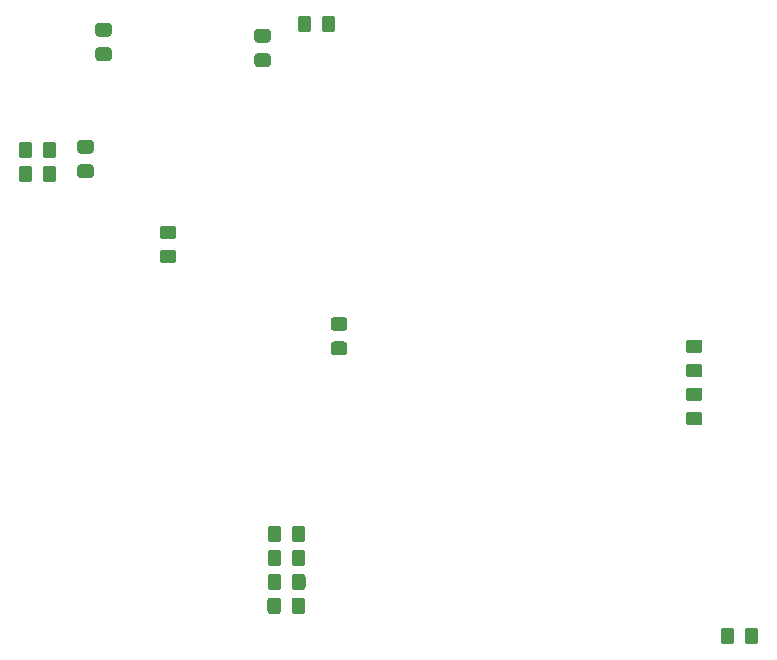
<source format=gbr>
%TF.GenerationSoftware,KiCad,Pcbnew,(5.1.6)-1*%
%TF.CreationDate,2020-11-14T18:00:02-05:00*%
%TF.ProjectId,F0DisplayBoard,46304469-7370-46c6-9179-426f6172642e,rev?*%
%TF.SameCoordinates,Original*%
%TF.FileFunction,Paste,Bot*%
%TF.FilePolarity,Positive*%
%FSLAX46Y46*%
G04 Gerber Fmt 4.6, Leading zero omitted, Abs format (unit mm)*
G04 Created by KiCad (PCBNEW (5.1.6)-1) date 2020-11-14 18:00:02*
%MOMM*%
%LPD*%
G01*
G04 APERTURE LIST*
G04 APERTURE END LIST*
%TO.C,R3*%
G36*
G01*
X164280000Y-120338001D02*
X164280000Y-119437999D01*
G75*
G02*
X164529999Y-119188000I249999J0D01*
G01*
X165180001Y-119188000D01*
G75*
G02*
X165430000Y-119437999I0J-249999D01*
G01*
X165430000Y-120338001D01*
G75*
G02*
X165180001Y-120588000I-249999J0D01*
G01*
X164529999Y-120588000D01*
G75*
G02*
X164280000Y-120338001I0J249999D01*
G01*
G37*
G36*
G01*
X162230000Y-120338001D02*
X162230000Y-119437999D01*
G75*
G02*
X162479999Y-119188000I249999J0D01*
G01*
X163130001Y-119188000D01*
G75*
G02*
X163380000Y-119437999I0J-249999D01*
G01*
X163380000Y-120338001D01*
G75*
G02*
X163130001Y-120588000I-249999J0D01*
G01*
X162479999Y-120588000D01*
G75*
G02*
X162230000Y-120338001I0J249999D01*
G01*
G37*
%TD*%
%TO.C,C15*%
G36*
G01*
X125017000Y-112833999D02*
X125017000Y-113734001D01*
G75*
G02*
X124767001Y-113984000I-249999J0D01*
G01*
X124116999Y-113984000D01*
G75*
G02*
X123867000Y-113734001I0J249999D01*
G01*
X123867000Y-112833999D01*
G75*
G02*
X124116999Y-112584000I249999J0D01*
G01*
X124767001Y-112584000D01*
G75*
G02*
X125017000Y-112833999I0J-249999D01*
G01*
G37*
G36*
G01*
X127067000Y-112833999D02*
X127067000Y-113734001D01*
G75*
G02*
X126817001Y-113984000I-249999J0D01*
G01*
X126166999Y-113984000D01*
G75*
G02*
X125917000Y-113734001I0J249999D01*
G01*
X125917000Y-112833999D01*
G75*
G02*
X126166999Y-112584000I249999J0D01*
G01*
X126817001Y-112584000D01*
G75*
G02*
X127067000Y-112833999I0J-249999D01*
G01*
G37*
%TD*%
%TO.C,C14*%
G36*
G01*
X125035000Y-114865999D02*
X125035000Y-115766001D01*
G75*
G02*
X124785001Y-116016000I-249999J0D01*
G01*
X124134999Y-116016000D01*
G75*
G02*
X123885000Y-115766001I0J249999D01*
G01*
X123885000Y-114865999D01*
G75*
G02*
X124134999Y-114616000I249999J0D01*
G01*
X124785001Y-114616000D01*
G75*
G02*
X125035000Y-114865999I0J-249999D01*
G01*
G37*
G36*
G01*
X127085000Y-114865999D02*
X127085000Y-115766001D01*
G75*
G02*
X126835001Y-116016000I-249999J0D01*
G01*
X126184999Y-116016000D01*
G75*
G02*
X125935000Y-115766001I0J249999D01*
G01*
X125935000Y-114865999D01*
G75*
G02*
X126184999Y-114616000I249999J0D01*
G01*
X126835001Y-114616000D01*
G75*
G02*
X127085000Y-114865999I0J-249999D01*
G01*
G37*
%TD*%
%TO.C,C13*%
G36*
G01*
X125006840Y-116887839D02*
X125006840Y-117787841D01*
G75*
G02*
X124756841Y-118037840I-249999J0D01*
G01*
X124106839Y-118037840D01*
G75*
G02*
X123856840Y-117787841I0J249999D01*
G01*
X123856840Y-116887839D01*
G75*
G02*
X124106839Y-116637840I249999J0D01*
G01*
X124756841Y-116637840D01*
G75*
G02*
X125006840Y-116887839I0J-249999D01*
G01*
G37*
G36*
G01*
X127056840Y-116887839D02*
X127056840Y-117787841D01*
G75*
G02*
X126806841Y-118037840I-249999J0D01*
G01*
X126156839Y-118037840D01*
G75*
G02*
X125906840Y-117787841I0J249999D01*
G01*
X125906840Y-116887839D01*
G75*
G02*
X126156839Y-116637840I249999J0D01*
G01*
X126806841Y-116637840D01*
G75*
G02*
X127056840Y-116887839I0J-249999D01*
G01*
G37*
%TD*%
%TO.C,C12*%
G36*
G01*
X125026000Y-110801999D02*
X125026000Y-111702001D01*
G75*
G02*
X124776001Y-111952000I-249999J0D01*
G01*
X124125999Y-111952000D01*
G75*
G02*
X123876000Y-111702001I0J249999D01*
G01*
X123876000Y-110801999D01*
G75*
G02*
X124125999Y-110552000I249999J0D01*
G01*
X124776001Y-110552000D01*
G75*
G02*
X125026000Y-110801999I0J-249999D01*
G01*
G37*
G36*
G01*
X127076000Y-110801999D02*
X127076000Y-111702001D01*
G75*
G02*
X126826001Y-111952000I-249999J0D01*
G01*
X126175999Y-111952000D01*
G75*
G02*
X125926000Y-111702001I0J249999D01*
G01*
X125926000Y-110801999D01*
G75*
G02*
X126175999Y-110552000I249999J0D01*
G01*
X126826001Y-110552000D01*
G75*
G02*
X127076000Y-110801999I0J-249999D01*
G01*
G37*
%TD*%
%TO.C,R4*%
G36*
G01*
X115893001Y-86282000D02*
X114992999Y-86282000D01*
G75*
G02*
X114743000Y-86032001I0J249999D01*
G01*
X114743000Y-85381999D01*
G75*
G02*
X114992999Y-85132000I249999J0D01*
G01*
X115893001Y-85132000D01*
G75*
G02*
X116143000Y-85381999I0J-249999D01*
G01*
X116143000Y-86032001D01*
G75*
G02*
X115893001Y-86282000I-249999J0D01*
G01*
G37*
G36*
G01*
X115893001Y-88332000D02*
X114992999Y-88332000D01*
G75*
G02*
X114743000Y-88082001I0J249999D01*
G01*
X114743000Y-87431999D01*
G75*
G02*
X114992999Y-87182000I249999J0D01*
G01*
X115893001Y-87182000D01*
G75*
G02*
X116143000Y-87431999I0J-249999D01*
G01*
X116143000Y-88082001D01*
G75*
G02*
X115893001Y-88332000I-249999J0D01*
G01*
G37*
%TD*%
%TO.C,C9*%
G36*
G01*
X160444601Y-95943000D02*
X159544599Y-95943000D01*
G75*
G02*
X159294600Y-95693001I0J249999D01*
G01*
X159294600Y-95042999D01*
G75*
G02*
X159544599Y-94793000I249999J0D01*
G01*
X160444601Y-94793000D01*
G75*
G02*
X160694600Y-95042999I0J-249999D01*
G01*
X160694600Y-95693001D01*
G75*
G02*
X160444601Y-95943000I-249999J0D01*
G01*
G37*
G36*
G01*
X160444601Y-97993000D02*
X159544599Y-97993000D01*
G75*
G02*
X159294600Y-97743001I0J249999D01*
G01*
X159294600Y-97092999D01*
G75*
G02*
X159544599Y-96843000I249999J0D01*
G01*
X160444601Y-96843000D01*
G75*
G02*
X160694600Y-97092999I0J-249999D01*
G01*
X160694600Y-97743001D01*
G75*
G02*
X160444601Y-97993000I-249999J0D01*
G01*
G37*
%TD*%
%TO.C,C8*%
G36*
G01*
X160444601Y-100007000D02*
X159544599Y-100007000D01*
G75*
G02*
X159294600Y-99757001I0J249999D01*
G01*
X159294600Y-99106999D01*
G75*
G02*
X159544599Y-98857000I249999J0D01*
G01*
X160444601Y-98857000D01*
G75*
G02*
X160694600Y-99106999I0J-249999D01*
G01*
X160694600Y-99757001D01*
G75*
G02*
X160444601Y-100007000I-249999J0D01*
G01*
G37*
G36*
G01*
X160444601Y-102057000D02*
X159544599Y-102057000D01*
G75*
G02*
X159294600Y-101807001I0J249999D01*
G01*
X159294600Y-101156999D01*
G75*
G02*
X159544599Y-100907000I249999J0D01*
G01*
X160444601Y-100907000D01*
G75*
G02*
X160694600Y-101156999I0J-249999D01*
G01*
X160694600Y-101807001D01*
G75*
G02*
X160444601Y-102057000I-249999J0D01*
G01*
G37*
%TD*%
%TO.C,C6*%
G36*
G01*
X128457000Y-68522001D02*
X128457000Y-67621999D01*
G75*
G02*
X128706999Y-67372000I249999J0D01*
G01*
X129357001Y-67372000D01*
G75*
G02*
X129607000Y-67621999I0J-249999D01*
G01*
X129607000Y-68522001D01*
G75*
G02*
X129357001Y-68772000I-249999J0D01*
G01*
X128706999Y-68772000D01*
G75*
G02*
X128457000Y-68522001I0J249999D01*
G01*
G37*
G36*
G01*
X126407000Y-68522001D02*
X126407000Y-67621999D01*
G75*
G02*
X126656999Y-67372000I249999J0D01*
G01*
X127307001Y-67372000D01*
G75*
G02*
X127557000Y-67621999I0J-249999D01*
G01*
X127557000Y-68522001D01*
G75*
G02*
X127307001Y-68772000I-249999J0D01*
G01*
X126656999Y-68772000D01*
G75*
G02*
X126407000Y-68522001I0J249999D01*
G01*
G37*
%TD*%
%TO.C,C5*%
G36*
G01*
X108007999Y-79952000D02*
X108908001Y-79952000D01*
G75*
G02*
X109158000Y-80201999I0J-249999D01*
G01*
X109158000Y-80852001D01*
G75*
G02*
X108908001Y-81102000I-249999J0D01*
G01*
X108007999Y-81102000D01*
G75*
G02*
X107758000Y-80852001I0J249999D01*
G01*
X107758000Y-80201999D01*
G75*
G02*
X108007999Y-79952000I249999J0D01*
G01*
G37*
G36*
G01*
X108007999Y-77902000D02*
X108908001Y-77902000D01*
G75*
G02*
X109158000Y-78151999I0J-249999D01*
G01*
X109158000Y-78802001D01*
G75*
G02*
X108908001Y-79052000I-249999J0D01*
G01*
X108007999Y-79052000D01*
G75*
G02*
X107758000Y-78802001I0J249999D01*
G01*
X107758000Y-78151999D01*
G75*
G02*
X108007999Y-77902000I249999J0D01*
G01*
G37*
%TD*%
%TO.C,C4*%
G36*
G01*
X103935000Y-78289999D02*
X103935000Y-79190001D01*
G75*
G02*
X103685001Y-79440000I-249999J0D01*
G01*
X103034999Y-79440000D01*
G75*
G02*
X102785000Y-79190001I0J249999D01*
G01*
X102785000Y-78289999D01*
G75*
G02*
X103034999Y-78040000I249999J0D01*
G01*
X103685001Y-78040000D01*
G75*
G02*
X103935000Y-78289999I0J-249999D01*
G01*
G37*
G36*
G01*
X105985000Y-78289999D02*
X105985000Y-79190001D01*
G75*
G02*
X105735001Y-79440000I-249999J0D01*
G01*
X105084999Y-79440000D01*
G75*
G02*
X104835000Y-79190001I0J249999D01*
G01*
X104835000Y-78289999D01*
G75*
G02*
X105084999Y-78040000I249999J0D01*
G01*
X105735001Y-78040000D01*
G75*
G02*
X105985000Y-78289999I0J-249999D01*
G01*
G37*
%TD*%
%TO.C,C3*%
G36*
G01*
X110432001Y-69137000D02*
X109531999Y-69137000D01*
G75*
G02*
X109282000Y-68887001I0J249999D01*
G01*
X109282000Y-68236999D01*
G75*
G02*
X109531999Y-67987000I249999J0D01*
G01*
X110432001Y-67987000D01*
G75*
G02*
X110682000Y-68236999I0J-249999D01*
G01*
X110682000Y-68887001D01*
G75*
G02*
X110432001Y-69137000I-249999J0D01*
G01*
G37*
G36*
G01*
X110432001Y-71187000D02*
X109531999Y-71187000D01*
G75*
G02*
X109282000Y-70937001I0J249999D01*
G01*
X109282000Y-70286999D01*
G75*
G02*
X109531999Y-70037000I249999J0D01*
G01*
X110432001Y-70037000D01*
G75*
G02*
X110682000Y-70286999I0J-249999D01*
G01*
X110682000Y-70937001D01*
G75*
G02*
X110432001Y-71187000I-249999J0D01*
G01*
G37*
%TD*%
%TO.C,C2*%
G36*
G01*
X103935000Y-80321999D02*
X103935000Y-81222001D01*
G75*
G02*
X103685001Y-81472000I-249999J0D01*
G01*
X103034999Y-81472000D01*
G75*
G02*
X102785000Y-81222001I0J249999D01*
G01*
X102785000Y-80321999D01*
G75*
G02*
X103034999Y-80072000I249999J0D01*
G01*
X103685001Y-80072000D01*
G75*
G02*
X103935000Y-80321999I0J-249999D01*
G01*
G37*
G36*
G01*
X105985000Y-80321999D02*
X105985000Y-81222001D01*
G75*
G02*
X105735001Y-81472000I-249999J0D01*
G01*
X105084999Y-81472000D01*
G75*
G02*
X104835000Y-81222001I0J249999D01*
G01*
X104835000Y-80321999D01*
G75*
G02*
X105084999Y-80072000I249999J0D01*
G01*
X105735001Y-80072000D01*
G75*
G02*
X105985000Y-80321999I0J-249999D01*
G01*
G37*
%TD*%
%TO.C,C1*%
G36*
G01*
X123894001Y-69645000D02*
X122993999Y-69645000D01*
G75*
G02*
X122744000Y-69395001I0J249999D01*
G01*
X122744000Y-68744999D01*
G75*
G02*
X122993999Y-68495000I249999J0D01*
G01*
X123894001Y-68495000D01*
G75*
G02*
X124144000Y-68744999I0J-249999D01*
G01*
X124144000Y-69395001D01*
G75*
G02*
X123894001Y-69645000I-249999J0D01*
G01*
G37*
G36*
G01*
X123894001Y-71695000D02*
X122993999Y-71695000D01*
G75*
G02*
X122744000Y-71445001I0J249999D01*
G01*
X122744000Y-70794999D01*
G75*
G02*
X122993999Y-70545000I249999J0D01*
G01*
X123894001Y-70545000D01*
G75*
G02*
X124144000Y-70794999I0J-249999D01*
G01*
X124144000Y-71445001D01*
G75*
G02*
X123894001Y-71695000I-249999J0D01*
G01*
G37*
%TD*%
%TO.C,R8*%
G36*
G01*
X129470999Y-94947000D02*
X130371001Y-94947000D01*
G75*
G02*
X130621000Y-95196999I0J-249999D01*
G01*
X130621000Y-95847001D01*
G75*
G02*
X130371001Y-96097000I-249999J0D01*
G01*
X129470999Y-96097000D01*
G75*
G02*
X129221000Y-95847001I0J249999D01*
G01*
X129221000Y-95196999D01*
G75*
G02*
X129470999Y-94947000I249999J0D01*
G01*
G37*
G36*
G01*
X129470999Y-92897000D02*
X130371001Y-92897000D01*
G75*
G02*
X130621000Y-93146999I0J-249999D01*
G01*
X130621000Y-93797001D01*
G75*
G02*
X130371001Y-94047000I-249999J0D01*
G01*
X129470999Y-94047000D01*
G75*
G02*
X129221000Y-93797001I0J249999D01*
G01*
X129221000Y-93146999D01*
G75*
G02*
X129470999Y-92897000I249999J0D01*
G01*
G37*
%TD*%
M02*

</source>
